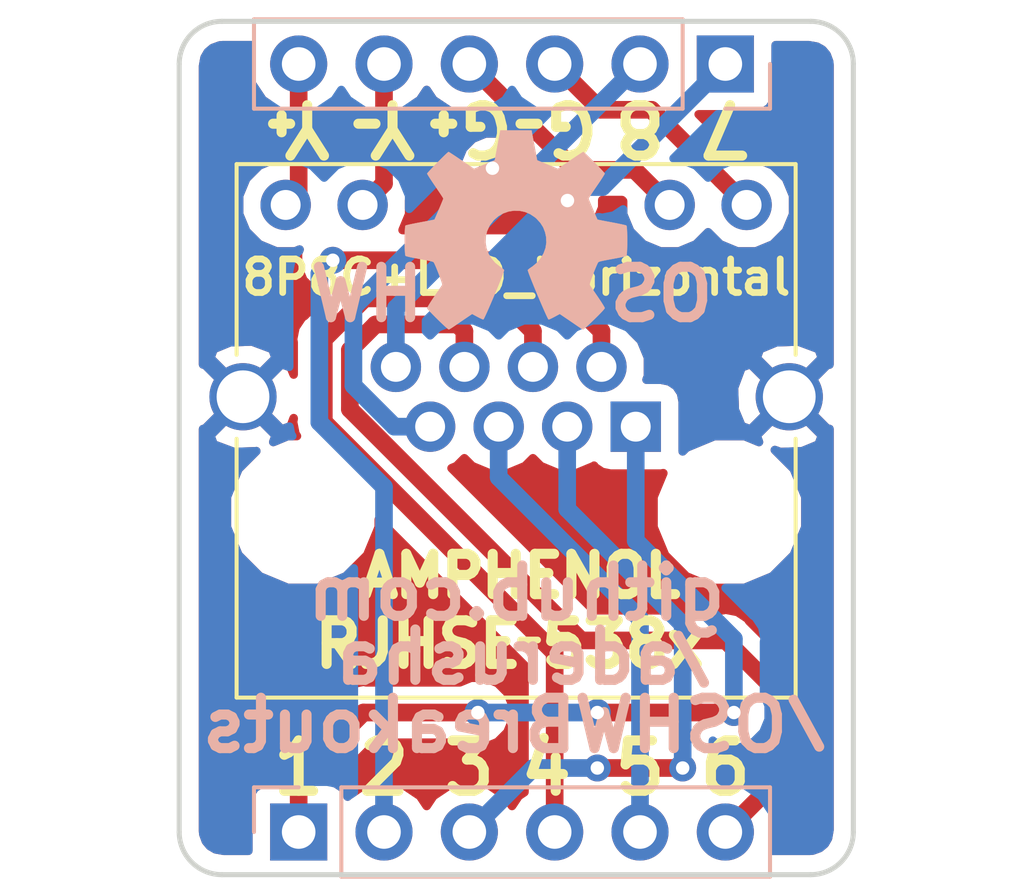
<source format=kicad_pcb>
(kicad_pcb (version 20171130) (host pcbnew "(5.0.2)-1")

  (general
    (thickness 1.6)
    (drawings 38)
    (tracks 73)
    (zones 0)
    (modules 4)
    (nets 14)
  )

  (page A4)
  (layers
    (0 F.Cu signal)
    (31 B.Cu signal)
    (32 B.Adhes user)
    (33 F.Adhes user)
    (34 B.Paste user hide)
    (35 F.Paste user)
    (36 B.SilkS user hide)
    (37 F.SilkS user)
    (38 B.Mask user)
    (39 F.Mask user)
    (40 Dwgs.User user hide)
    (41 Cmts.User user)
    (42 Eco1.User user)
    (43 Eco2.User user)
    (44 Edge.Cuts user)
    (45 Margin user)
    (46 B.CrtYd user hide)
    (47 F.CrtYd user hide)
    (48 B.Fab user hide)
    (49 F.Fab user hide)
  )

  (setup
    (last_trace_width 0.525)
    (trace_clearance 0.25)
    (zone_clearance 0.508)
    (zone_45_only no)
    (trace_min 0.2)
    (segment_width 0.3)
    (edge_width 0.15)
    (via_size 0.8)
    (via_drill 0.4)
    (via_min_size 0.4)
    (via_min_drill 0.3)
    (uvia_size 0.3)
    (uvia_drill 0.1)
    (uvias_allowed no)
    (uvia_min_size 0.2)
    (uvia_min_drill 0.1)
    (pcb_text_width 0.3)
    (pcb_text_size 1.5 1.5)
    (mod_edge_width 0.15)
    (mod_text_size 1 1)
    (mod_text_width 0.15)
    (pad_size 6.4 6.4)
    (pad_drill 3.2)
    (pad_to_mask_clearance 0.051)
    (solder_mask_min_width 0.25)
    (aux_axis_origin 0 0)
    (visible_elements 7FFFFFFF)
    (pcbplotparams
      (layerselection 0x010fc_ffffffff)
      (usegerberextensions false)
      (usegerberattributes false)
      (usegerberadvancedattributes false)
      (creategerberjobfile false)
      (excludeedgelayer true)
      (linewidth 0.100000)
      (plotframeref false)
      (viasonmask false)
      (mode 1)
      (useauxorigin false)
      (hpglpennumber 1)
      (hpglpenspeed 20)
      (hpglpendiameter 15.000000)
      (psnegative false)
      (psa4output false)
      (plotreference true)
      (plotvalue true)
      (plotinvisibletext false)
      (padsonsilk false)
      (subtractmaskfromsilk false)
      (outputformat 1)
      (mirror false)
      (drillshape 0)
      (scaleselection 1)
      (outputdirectory "gerber/"))
  )

  (net 0 "")
  (net 1 GND)
  (net 2 /Pin6)
  (net 3 /Pin4)
  (net 4 /Pin2)
  (net 5 /Pin7)
  (net 6 /Pin5)
  (net 7 /Pin3)
  (net 8 /Pin1)
  (net 9 /Y+)
  (net 10 /Y-)
  (net 11 /G+)
  (net 12 /G-)
  (net 13 /Pin8)

  (net_class Default "This is the default net class."
    (clearance 0.25)
    (trace_width 0.525)
    (via_dia 0.8)
    (via_drill 0.4)
    (uvia_dia 0.3)
    (uvia_drill 0.1)
    (add_net /G+)
    (add_net /G-)
    (add_net /Pin1)
    (add_net /Pin2)
    (add_net /Pin3)
    (add_net /Pin4)
    (add_net /Pin5)
    (add_net /Pin6)
    (add_net /Pin7)
    (add_net /Pin8)
    (add_net /Y+)
    (add_net /Y-)
    (add_net GND)
  )

  (module 8P8C+LED_Horizontal:PinHeader_1x06_P2.54mm_Vertical (layer B.Cu) (tedit 5C252D61) (tstamp 5C318E22)
    (at 147.32 93.98 90)
    (descr "Through hole straight pin header, 1x06, 2.54mm pitch, single row")
    (tags "Through hole pin header THT 1x06 2.54mm single row")
    (path /5C24F63A)
    (fp_text reference J3 (at 0 2.33 90) (layer B.SilkS) hide
      (effects (font (size 1 1) (thickness 0.15)) (justify mirror))
    )
    (fp_text value Conn_01x06 (at 0 -15.03 90) (layer B.Fab)
      (effects (font (size 1 1) (thickness 0.15)) (justify mirror))
    )
    (fp_text user %R (at 0 -6.35) (layer B.Fab)
      (effects (font (size 1 1) (thickness 0.15)) (justify mirror))
    )
    (fp_line (start 1.8 1.8) (end -1.8 1.8) (layer B.CrtYd) (width 0.05))
    (fp_line (start 1.8 -14.5) (end 1.8 1.8) (layer B.CrtYd) (width 0.05))
    (fp_line (start -1.8 -14.5) (end 1.8 -14.5) (layer B.CrtYd) (width 0.05))
    (fp_line (start -1.8 1.8) (end -1.8 -14.5) (layer B.CrtYd) (width 0.05))
    (fp_line (start -1.33 1.33) (end 0 1.33) (layer B.SilkS) (width 0.12))
    (fp_line (start -1.33 0) (end -1.33 1.33) (layer B.SilkS) (width 0.12))
    (fp_line (start -1.33 -1.27) (end 1.33 -1.27) (layer B.SilkS) (width 0.12))
    (fp_line (start 1.33 -1.27) (end 1.33 -14.03) (layer B.SilkS) (width 0.12))
    (fp_line (start -1.33 -1.27) (end -1.33 -14.03) (layer B.SilkS) (width 0.12))
    (fp_line (start -1.33 -14.03) (end 1.33 -14.03) (layer B.SilkS) (width 0.12))
    (fp_line (start -1.27 0.635) (end -0.635 1.27) (layer B.Fab) (width 0.1))
    (fp_line (start -1.27 -13.97) (end -1.27 0.635) (layer B.Fab) (width 0.1))
    (fp_line (start 1.27 -13.97) (end -1.27 -13.97) (layer B.Fab) (width 0.1))
    (fp_line (start 1.27 1.27) (end 1.27 -13.97) (layer B.Fab) (width 0.1))
    (fp_line (start -0.635 1.27) (end 1.27 1.27) (layer B.Fab) (width 0.1))
    (pad 6 thru_hole oval (at 0 -12.7 90) (size 1.7 1.7) (drill 1) (layers *.Cu *.Mask)
      (net 9 /Y+))
    (pad 5 thru_hole oval (at 0 -10.16 90) (size 1.7 1.7) (drill 1) (layers *.Cu *.Mask)
      (net 10 /Y-))
    (pad 4 thru_hole oval (at 0 -7.62 90) (size 1.7 1.7) (drill 1) (layers *.Cu *.Mask)
      (net 11 /G+))
    (pad 3 thru_hole oval (at 0 -5.08 90) (size 1.7 1.7) (drill 1) (layers *.Cu *.Mask)
      (net 12 /G-))
    (pad 2 thru_hole oval (at 0 -2.54 90) (size 1.7 1.7) (drill 1) (layers *.Cu *.Mask)
      (net 13 /Pin8))
    (pad 1 thru_hole rect (at 0 0 90) (size 1.7 1.7) (drill 1) (layers *.Cu *.Mask)
      (net 5 /Pin7))
    (model ${KISYS3DMOD}/Connector_PinHeader_2.54mm.3dshapes/PinHeader_1x06_P2.54mm_Vertical.wrl
      (at (xyz 0 0 0))
      (scale (xyz 1 1 1))
      (rotate (xyz 0 0 0))
    )
  )

  (module 8P8C+LED_Horizontal:PinHeader_1x06_P2.54mm_Vertical (layer B.Cu) (tedit 5C252D61) (tstamp 5C319655)
    (at 134.62 116.84 270)
    (descr "Through hole straight pin header, 1x06, 2.54mm pitch, single row")
    (tags "Through hole pin header THT 1x06 2.54mm single row")
    (path /5C24F52E)
    (fp_text reference J2 (at 0 2.33 270) (layer B.SilkS) hide
      (effects (font (size 1 1) (thickness 0.15)) (justify mirror))
    )
    (fp_text value Conn_01x06 (at 0 -15.03 270) (layer B.Fab)
      (effects (font (size 1 1) (thickness 0.15)) (justify mirror))
    )
    (fp_text user %R (at 0 -6.35 180) (layer B.Fab)
      (effects (font (size 1 1) (thickness 0.15)) (justify mirror))
    )
    (fp_line (start 1.8 1.8) (end -1.8 1.8) (layer B.CrtYd) (width 0.05))
    (fp_line (start 1.8 -14.5) (end 1.8 1.8) (layer B.CrtYd) (width 0.05))
    (fp_line (start -1.8 -14.5) (end 1.8 -14.5) (layer B.CrtYd) (width 0.05))
    (fp_line (start -1.8 1.8) (end -1.8 -14.5) (layer B.CrtYd) (width 0.05))
    (fp_line (start -1.33 1.33) (end 0 1.33) (layer B.SilkS) (width 0.12))
    (fp_line (start -1.33 0) (end -1.33 1.33) (layer B.SilkS) (width 0.12))
    (fp_line (start -1.33 -1.27) (end 1.33 -1.27) (layer B.SilkS) (width 0.12))
    (fp_line (start 1.33 -1.27) (end 1.33 -14.03) (layer B.SilkS) (width 0.12))
    (fp_line (start -1.33 -1.27) (end -1.33 -14.03) (layer B.SilkS) (width 0.12))
    (fp_line (start -1.33 -14.03) (end 1.33 -14.03) (layer B.SilkS) (width 0.12))
    (fp_line (start -1.27 0.635) (end -0.635 1.27) (layer B.Fab) (width 0.1))
    (fp_line (start -1.27 -13.97) (end -1.27 0.635) (layer B.Fab) (width 0.1))
    (fp_line (start 1.27 -13.97) (end -1.27 -13.97) (layer B.Fab) (width 0.1))
    (fp_line (start 1.27 1.27) (end 1.27 -13.97) (layer B.Fab) (width 0.1))
    (fp_line (start -0.635 1.27) (end 1.27 1.27) (layer B.Fab) (width 0.1))
    (pad 6 thru_hole oval (at 0 -12.7 270) (size 1.7 1.7) (drill 1) (layers *.Cu *.Mask)
      (net 2 /Pin6))
    (pad 5 thru_hole oval (at 0 -10.16 270) (size 1.7 1.7) (drill 1) (layers *.Cu *.Mask)
      (net 6 /Pin5))
    (pad 4 thru_hole oval (at 0 -7.62 270) (size 1.7 1.7) (drill 1) (layers *.Cu *.Mask)
      (net 3 /Pin4))
    (pad 3 thru_hole oval (at 0 -5.08 270) (size 1.7 1.7) (drill 1) (layers *.Cu *.Mask)
      (net 7 /Pin3))
    (pad 2 thru_hole oval (at 0 -2.54 270) (size 1.7 1.7) (drill 1) (layers *.Cu *.Mask)
      (net 4 /Pin2))
    (pad 1 thru_hole rect (at 0 0 270) (size 1.7 1.7) (drill 1) (layers *.Cu *.Mask)
      (net 8 /Pin1))
    (model ${KISYS3DMOD}/Connector_PinHeader_2.54mm.3dshapes/PinHeader_1x06_P2.54mm_Vertical.wrl
      (at (xyz 0 0 0))
      (scale (xyz 1 1 1))
      (rotate (xyz 0 0 0))
    )
  )

  (module 8P8C+LED_Horizontal:RJ45_Amphenol_RJHSE538X (layer F.Cu) (tedit 5C276F5B) (tstamp 5C318B2D)
    (at 144.653 104.775 180)
    (descr "Shielded, 2 LED, https://www.amphenolcanada.com/ProductSearch/drawings/AC/RJHSE538X.pdf")
    (tags "RJ45 8p8c ethernet cat5")
    (path /5C24F43C)
    (fp_text reference J1 (at 3.56 -9.5 180) (layer F.SilkS) hide
      (effects (font (size 1 1) (thickness 0.15)))
    )
    (fp_text value 8P8C_LED_Shielded (at 3.56 9.5 180) (layer F.Fab)
      (effects (font (size 1 1) (thickness 0.15)))
    )
    (fp_text user %R (at 3.56 -6 180) (layer F.Fab)
      (effects (font (size 1 1) (thickness 0.15)))
    )
    (fp_line (start 13.19 -8.5) (end 13.19 8.25) (layer F.CrtYd) (width 0.05))
    (fp_line (start -6.07 8.25) (end 13.19 8.25) (layer F.CrtYd) (width 0.05))
    (fp_line (start -6.07 -8.5) (end -6.07 8.25) (layer F.CrtYd) (width 0.05))
    (fp_line (start -6.07 -8.5) (end 13.19 -8.5) (layer F.CrtYd) (width 0.05))
    (fp_line (start -4.695 -7) (end -3.695 -8) (layer F.Fab) (width 0.1))
    (fp_line (start 11.88 7.815) (end 11.88 2.14) (layer F.SilkS) (width 0.12))
    (fp_line (start -4.76 7.815) (end -4.76 2.14) (layer F.SilkS) (width 0.12))
    (fp_line (start -4.76 7.815) (end 11.88 7.815) (layer F.SilkS) (width 0.12))
    (fp_line (start 11.88 -8.065) (end 11.88 -0.36) (layer F.SilkS) (width 0.12))
    (fp_line (start -4.76 -8.065) (end -4.76 -0.36) (layer F.SilkS) (width 0.12))
    (fp_line (start -4.76 -8.065) (end 11.88 -8.065) (layer F.SilkS) (width 0.12))
    (fp_line (start 11.815 -8) (end 11.815 7.75) (layer F.Fab) (width 0.1))
    (fp_line (start -3.695 -8) (end 11.815 -8) (layer F.Fab) (width 0.1))
    (fp_line (start -4.695 7.75) (end 11.815 7.75) (layer F.Fab) (width 0.1))
    (fp_line (start -4.695 -7) (end -4.695 7.75) (layer F.Fab) (width 0.1))
    (pad 12 thru_hole circle (at 10.42 6.6 180) (size 1.5 1.5) (drill 0.89) (layers *.Cu *.Mask)
      (net 9 /Y+))
    (pad 11 thru_hole circle (at 8.13 6.6 180) (size 1.5 1.5) (drill 0.89) (layers *.Cu *.Mask)
      (net 10 /Y-))
    (pad 10 thru_hole circle (at -1.01 6.6 180) (size 1.5 1.5) (drill 0.89) (layers *.Cu *.Mask)
      (net 11 /G+))
    (pad 9 thru_hole circle (at -3.3 6.6 180) (size 1.5 1.5) (drill 0.89) (layers *.Cu *.Mask)
      (net 12 /G-))
    (pad SH thru_hole circle (at -4.57 0.89 180) (size 2 2) (drill 1.57) (layers *.Cu *.Mask)
      (net 1 GND))
    (pad SH thru_hole circle (at 11.69 0.89 180) (size 2 2) (drill 1.57) (layers *.Cu *.Mask)
      (net 1 GND))
    (pad "" np_thru_hole circle (at 9.91 -2.54 180) (size 3.25 3.25) (drill 3.25) (layers *.Cu *.Mask))
    (pad "" np_thru_hole circle (at -2.79 -2.54 180) (size 3.25 3.25) (drill 3.25) (layers *.Cu *.Mask))
    (pad 8 thru_hole circle (at 7.14 1.78 180) (size 1.5 1.5) (drill 0.89) (layers *.Cu *.Mask)
      (net 13 /Pin8))
    (pad 6 thru_hole circle (at 5.1 1.78 180) (size 1.5 1.5) (drill 0.89) (layers *.Cu *.Mask)
      (net 2 /Pin6))
    (pad 4 thru_hole circle (at 3.06 1.78 180) (size 1.5 1.5) (drill 0.89) (layers *.Cu *.Mask)
      (net 3 /Pin4))
    (pad 2 thru_hole circle (at 1.02 1.78 180) (size 1.5 1.5) (drill 0.89) (layers *.Cu *.Mask)
      (net 4 /Pin2))
    (pad 7 thru_hole circle (at 6.12 0 180) (size 1.5 1.5) (drill 0.89) (layers *.Cu *.Mask)
      (net 5 /Pin7))
    (pad 5 thru_hole circle (at 4.08 0 180) (size 1.5 1.5) (drill 0.89) (layers *.Cu *.Mask)
      (net 6 /Pin5))
    (pad 3 thru_hole circle (at 2.04 0 180) (size 1.5 1.5) (drill 0.89) (layers *.Cu *.Mask)
      (net 7 /Pin3))
    (pad 1 thru_hole rect (at 0 0 180) (size 1.5 1.5) (drill 0.89) (layers *.Cu *.Mask)
      (net 8 /Pin1))
    (model ${KISYS3DMOD}/Connector_RJ.3dshapes/RJ45_Amphenol_RJHSE538X.wrl
      (at (xyz 0 0 0))
      (scale (xyz 1 1 1))
      (rotate (xyz 0 0 0))
    )
  )

  (module 8P8C+LED_Horizontal:OSHW-Symbol_6.7x6mm_SilkScreen (layer B.Cu) (tedit 0) (tstamp 5C405AE3)
    (at 141.097 98.933 180)
    (descr "Open Source Hardware Symbol")
    (tags "Logo Symbol OSHW")
    (attr virtual)
    (fp_text reference REF** (at 0 0 180) (layer B.SilkS) hide
      (effects (font (size 1 1) (thickness 0.15)) (justify mirror))
    )
    (fp_text value OSHW-Symbol_6.7x6mm_SilkScreen (at 0.75 0 180) (layer B.Fab) hide
      (effects (font (size 1 1) (thickness 0.15)) (justify mirror))
    )
    (fp_poly (pts (xy 0.555814 2.531069) (xy 0.639635 2.086445) (xy 0.94892 1.958947) (xy 1.258206 1.831449)
      (xy 1.629246 2.083754) (xy 1.733157 2.154004) (xy 1.827087 2.216728) (xy 1.906652 2.269062)
      (xy 1.96747 2.308143) (xy 2.005157 2.331107) (xy 2.015421 2.336058) (xy 2.03391 2.323324)
      (xy 2.07342 2.288118) (xy 2.129522 2.234938) (xy 2.197787 2.168282) (xy 2.273786 2.092646)
      (xy 2.353092 2.012528) (xy 2.431275 1.932426) (xy 2.503907 1.856836) (xy 2.566559 1.790255)
      (xy 2.614803 1.737182) (xy 2.64421 1.702113) (xy 2.651241 1.690377) (xy 2.641123 1.66874)
      (xy 2.612759 1.621338) (xy 2.569129 1.552807) (xy 2.513218 1.467785) (xy 2.448006 1.370907)
      (xy 2.410219 1.31565) (xy 2.341343 1.214752) (xy 2.28014 1.123701) (xy 2.229578 1.04703)
      (xy 2.192628 0.989272) (xy 2.172258 0.954957) (xy 2.169197 0.947746) (xy 2.176136 0.927252)
      (xy 2.195051 0.879487) (xy 2.223087 0.811168) (xy 2.257391 0.729011) (xy 2.295109 0.63973)
      (xy 2.333387 0.550042) (xy 2.36937 0.466662) (xy 2.400206 0.396306) (xy 2.423039 0.34569)
      (xy 2.435017 0.321529) (xy 2.435724 0.320578) (xy 2.454531 0.315964) (xy 2.504618 0.305672)
      (xy 2.580793 0.290713) (xy 2.677865 0.272099) (xy 2.790643 0.250841) (xy 2.856442 0.238582)
      (xy 2.97695 0.215638) (xy 3.085797 0.193805) (xy 3.177476 0.174278) (xy 3.246481 0.158252)
      (xy 3.287304 0.146921) (xy 3.295511 0.143326) (xy 3.303548 0.118994) (xy 3.310033 0.064041)
      (xy 3.31497 -0.015108) (xy 3.318364 -0.112026) (xy 3.320218 -0.220287) (xy 3.320538 -0.333465)
      (xy 3.319327 -0.445135) (xy 3.31659 -0.548868) (xy 3.312331 -0.638241) (xy 3.306555 -0.706826)
      (xy 3.299267 -0.748197) (xy 3.294895 -0.75681) (xy 3.268764 -0.767133) (xy 3.213393 -0.781892)
      (xy 3.136107 -0.799352) (xy 3.04423 -0.81778) (xy 3.012158 -0.823741) (xy 2.857524 -0.852066)
      (xy 2.735375 -0.874876) (xy 2.641673 -0.89308) (xy 2.572384 -0.907583) (xy 2.523471 -0.919292)
      (xy 2.490897 -0.929115) (xy 2.470628 -0.937956) (xy 2.458626 -0.946724) (xy 2.456947 -0.948457)
      (xy 2.440184 -0.976371) (xy 2.414614 -1.030695) (xy 2.382788 -1.104777) (xy 2.34726 -1.191965)
      (xy 2.310583 -1.285608) (xy 2.275311 -1.379052) (xy 2.243996 -1.465647) (xy 2.219193 -1.53874)
      (xy 2.203454 -1.591678) (xy 2.199332 -1.617811) (xy 2.199676 -1.618726) (xy 2.213641 -1.640086)
      (xy 2.245322 -1.687084) (xy 2.291391 -1.754827) (xy 2.348518 -1.838423) (xy 2.413373 -1.932982)
      (xy 2.431843 -1.959854) (xy 2.497699 -2.057275) (xy 2.55565 -2.146163) (xy 2.602538 -2.221412)
      (xy 2.635207 -2.27792) (xy 2.6505 -2.310581) (xy 2.651241 -2.314593) (xy 2.638392 -2.335684)
      (xy 2.602888 -2.377464) (xy 2.549293 -2.435445) (xy 2.482171 -2.505135) (xy 2.406087 -2.582045)
      (xy 2.325604 -2.661683) (xy 2.245287 -2.739561) (xy 2.169699 -2.811186) (xy 2.103405 -2.87207)
      (xy 2.050969 -2.917721) (xy 2.016955 -2.94365) (xy 2.007545 -2.947883) (xy 1.985643 -2.937912)
      (xy 1.9408 -2.91102) (xy 1.880321 -2.871736) (xy 1.833789 -2.840117) (xy 1.749475 -2.782098)
      (xy 1.649626 -2.713784) (xy 1.549473 -2.645579) (xy 1.495627 -2.609075) (xy 1.313371 -2.4858)
      (xy 1.160381 -2.56852) (xy 1.090682 -2.604759) (xy 1.031414 -2.632926) (xy 0.991311 -2.648991)
      (xy 0.981103 -2.651226) (xy 0.968829 -2.634722) (xy 0.944613 -2.588082) (xy 0.910263 -2.515609)
      (xy 0.867588 -2.421606) (xy 0.818394 -2.310374) (xy 0.76449 -2.186215) (xy 0.707684 -2.053432)
      (xy 0.649782 -1.916327) (xy 0.592593 -1.779202) (xy 0.537924 -1.646358) (xy 0.487584 -1.522098)
      (xy 0.44338 -1.410725) (xy 0.407119 -1.316539) (xy 0.380609 -1.243844) (xy 0.365658 -1.196941)
      (xy 0.363254 -1.180833) (xy 0.382311 -1.160286) (xy 0.424036 -1.126933) (xy 0.479706 -1.087702)
      (xy 0.484378 -1.084599) (xy 0.628264 -0.969423) (xy 0.744283 -0.835053) (xy 0.83143 -0.685784)
      (xy 0.888699 -0.525913) (xy 0.915086 -0.359737) (xy 0.909585 -0.191552) (xy 0.87119 -0.025655)
      (xy 0.798895 0.133658) (xy 0.777626 0.168513) (xy 0.666996 0.309263) (xy 0.536302 0.422286)
      (xy 0.390064 0.506997) (xy 0.232808 0.562806) (xy 0.069057 0.589126) (xy -0.096667 0.58537)
      (xy -0.259838 0.55095) (xy -0.415935 0.485277) (xy -0.560433 0.387765) (xy -0.605131 0.348187)
      (xy -0.718888 0.224297) (xy -0.801782 0.093876) (xy -0.858644 -0.052315) (xy -0.890313 -0.197088)
      (xy -0.898131 -0.35986) (xy -0.872062 -0.52344) (xy -0.814755 -0.682298) (xy -0.728856 -0.830906)
      (xy -0.617014 -0.963735) (xy -0.481877 -1.075256) (xy -0.464117 -1.087011) (xy -0.40785 -1.125508)
      (xy -0.365077 -1.158863) (xy -0.344628 -1.18016) (xy -0.344331 -1.180833) (xy -0.348721 -1.203871)
      (xy -0.366124 -1.256157) (xy -0.394732 -1.33339) (xy -0.432735 -1.431268) (xy -0.478326 -1.545491)
      (xy -0.529697 -1.671758) (xy -0.585038 -1.805767) (xy -0.642542 -1.943218) (xy -0.700399 -2.079808)
      (xy -0.756802 -2.211237) (xy -0.809942 -2.333205) (xy -0.85801 -2.441409) (xy -0.899199 -2.531549)
      (xy -0.931699 -2.599323) (xy -0.953703 -2.64043) (xy -0.962564 -2.651226) (xy -0.98964 -2.642819)
      (xy -1.040303 -2.620272) (xy -1.105817 -2.587613) (xy -1.141841 -2.56852) (xy -1.294832 -2.4858)
      (xy -1.477088 -2.609075) (xy -1.570125 -2.672228) (xy -1.671985 -2.741727) (xy -1.767438 -2.807165)
      (xy -1.81525 -2.840117) (xy -1.882495 -2.885273) (xy -1.939436 -2.921057) (xy -1.978646 -2.942938)
      (xy -1.991381 -2.947563) (xy -2.009917 -2.935085) (xy -2.050941 -2.900252) (xy -2.110475 -2.846678)
      (xy -2.184542 -2.777983) (xy -2.269165 -2.697781) (xy -2.322685 -2.646286) (xy -2.416319 -2.554286)
      (xy -2.497241 -2.471999) (xy -2.562177 -2.402945) (xy -2.607858 -2.350644) (xy -2.631011 -2.318616)
      (xy -2.633232 -2.312116) (xy -2.622924 -2.287394) (xy -2.594439 -2.237405) (xy -2.550937 -2.167212)
      (xy -2.495577 -2.081875) (xy -2.43152 -1.986456) (xy -2.413303 -1.959854) (xy -2.346927 -1.863167)
      (xy -2.287378 -1.776117) (xy -2.237984 -1.703595) (xy -2.202075 -1.650493) (xy -2.182981 -1.621703)
      (xy -2.181136 -1.618726) (xy -2.183895 -1.595782) (xy -2.198538 -1.545336) (xy -2.222513 -1.474041)
      (xy -2.253266 -1.388547) (xy -2.288244 -1.295507) (xy -2.324893 -1.201574) (xy -2.360661 -1.113399)
      (xy -2.392994 -1.037634) (xy -2.419338 -0.980931) (xy -2.437142 -0.949943) (xy -2.438407 -0.948457)
      (xy -2.449294 -0.939601) (xy -2.467682 -0.930843) (xy -2.497606 -0.921277) (xy -2.543103 -0.909996)
      (xy -2.608209 -0.896093) (xy -2.696961 -0.878663) (xy -2.813393 -0.856798) (xy -2.961542 -0.829591)
      (xy -2.993618 -0.823741) (xy -3.088686 -0.805374) (xy -3.171565 -0.787405) (xy -3.23493 -0.771569)
      (xy -3.271458 -0.7596) (xy -3.276356 -0.75681) (xy -3.284427 -0.732072) (xy -3.290987 -0.67679)
      (xy -3.296033 -0.597389) (xy -3.299559 -0.500296) (xy -3.301561 -0.391938) (xy -3.302036 -0.27874)
      (xy -3.300977 -0.167128) (xy -3.298382 -0.063529) (xy -3.294246 0.025632) (xy -3.288563 0.093928)
      (xy -3.281331 0.134934) (xy -3.276971 0.143326) (xy -3.252698 0.151792) (xy -3.197426 0.165565)
      (xy -3.116662 0.18345) (xy -3.015912 0.204252) (xy -2.900683 0.226777) (xy -2.837902 0.238582)
      (xy -2.718787 0.260849) (xy -2.612565 0.281021) (xy -2.524427 0.298085) (xy -2.459566 0.311031)
      (xy -2.423174 0.318845) (xy -2.417184 0.320578) (xy -2.407061 0.34011) (xy -2.385662 0.387157)
      (xy -2.355839 0.454997) (xy -2.320445 0.536909) (xy -2.282332 0.626172) (xy -2.244353 0.716065)
      (xy -2.20936 0.799865) (xy -2.180206 0.870853) (xy -2.159743 0.922306) (xy -2.150823 0.947503)
      (xy -2.150657 0.948604) (xy -2.160769 0.968481) (xy -2.189117 1.014223) (xy -2.232723 1.081283)
      (xy -2.288606 1.165116) (xy -2.353787 1.261174) (xy -2.391679 1.31635) (xy -2.460725 1.417519)
      (xy -2.52205 1.50937) (xy -2.572663 1.587256) (xy -2.609571 1.646531) (xy -2.629782 1.682549)
      (xy -2.632701 1.690623) (xy -2.620153 1.709416) (xy -2.585463 1.749543) (xy -2.533063 1.806507)
      (xy -2.467384 1.875815) (xy -2.392856 1.952969) (xy -2.313913 2.033475) (xy -2.234983 2.112837)
      (xy -2.1605 2.18656) (xy -2.094894 2.250148) (xy -2.042596 2.299106) (xy -2.008039 2.328939)
      (xy -1.996478 2.336058) (xy -1.977654 2.326047) (xy -1.932631 2.297922) (xy -1.865787 2.254546)
      (xy -1.781499 2.198782) (xy -1.684144 2.133494) (xy -1.610707 2.083754) (xy -1.239667 1.831449)
      (xy -0.621095 2.086445) (xy -0.537275 2.531069) (xy -0.453454 2.975693) (xy 0.471994 2.975693)
      (xy 0.555814 2.531069)) (layer B.SilkS) (width 0.01))
  )

  (gr_line (start 132.334 118.11) (end 149.86 118.11) (layer Edge.Cuts) (width 0.15))
  (gr_line (start 132.334 92.71) (end 149.86 92.71) (layer Edge.Cuts) (width 0.15))
  (gr_line (start 134.112 96.012) (end 134.112 95.504) (layer F.SilkS) (width 0.3) (tstamp 5C34240C))
  (gr_line (start 151.13 116.84) (end 151.13 93.98) (layer Edge.Cuts) (width 0.15))
  (gr_line (start 131.064 93.98) (end 131.064 116.84) (layer Edge.Cuts) (width 0.15))
  (gr_text HW (at 136.652 100.838) (layer B.SilkS) (tstamp 5C3F1DB6)
    (effects (font (size 1.5 1.5) (thickness 0.3)) (justify mirror))
  )
  (gr_text OS (at 145.415 100.838) (layer B.SilkS)
    (effects (font (size 1.5 1.5) (thickness 0.3)) (justify mirror))
  )
  (gr_text 8P8C+LED_Horizontal (at 141.097 100.33) (layer F.SilkS) (tstamp 5C3F115F)
    (effects (font (size 1 1) (thickness 0.2)))
  )
  (gr_line (start 149.352 112.903) (end 150.114 114.3) (layer B.SilkS) (width 0.3) (tstamp 5C276CBD))
  (gr_line (start 145.923 110.998) (end 146.685 112.395) (layer B.SilkS) (width 0.3))
  (gr_text OSHWBreakouts (at 140.462 113.665) (layer B.SilkS) (tstamp 5C3EF7B4)
    (effects (font (size 1.5 1.5) (thickness 0.3)) (justify mirror))
  )
  (gr_text aderusha (at 140.843 111.633) (layer B.SilkS)
    (effects (font (size 1.5 1.5) (thickness 0.3)) (justify mirror))
  )
  (gr_text github.com (at 141.097 109.728) (layer B.SilkS)
    (effects (font (size 1.5 1.5) (thickness 0.3)) (justify mirror))
  )
  (gr_line (start 141.224 111.125) (end 141.732 111.125) (layer F.SilkS) (width 0.2))
  (gr_text 538x (at 144.272 111.252) (layer F.SilkS) (tstamp 5C327A05)
    (effects (font (size 1.3 1.3) (thickness 0.3)))
  )
  (gr_text RJHSE (at 138.176 111.252) (layer F.SilkS) (tstamp 5C32775E)
    (effects (font (size 1.3 1.3) (thickness 0.3)))
  )
  (gr_text AMPHENOL (at 141.224 109.22) (layer F.SilkS)
    (effects (font (size 1.2 1.2) (thickness 0.3)))
  )
  (gr_line (start 133.858 95.758) (end 134.366 95.758) (layer F.SilkS) (width 0.3) (tstamp 5C326D3F))
  (gr_line (start 136.398 95.758) (end 136.906 95.758) (layer F.SilkS) (width 0.3) (tstamp 5C326C92))
  (gr_line (start 138.938 96.012) (end 138.938 95.504) (layer F.SilkS) (width 0.3) (tstamp 5C326897))
  (gr_line (start 138.684 95.758) (end 139.192 95.758) (layer F.SilkS) (width 0.3) (tstamp 5C3267ED))
  (gr_text Y (at 134.874 95.885 180) (layer F.SilkS) (tstamp 5C324836)
    (effects (font (size 1.5 1.5) (thickness 0.3)))
  )
  (gr_text Y (at 137.414 95.885 180) (layer F.SilkS) (tstamp 5C324635)
    (effects (font (size 1.5 1.5) (thickness 0.3)))
  )
  (gr_line (start 141.224 95.758) (end 141.732 95.758) (layer F.SilkS) (width 0.3))
  (gr_text G (at 140.208 95.885 180) (layer F.SilkS) (tstamp 5C32418A)
    (effects (font (size 1.5 1.5) (thickness 0.3)))
  )
  (gr_text G (at 142.748 95.885 180) (layer F.SilkS) (tstamp 5C323E36)
    (effects (font (size 1.5 1.5) (thickness 0.3)))
  )
  (gr_text 8 (at 144.78 95.885 180) (layer F.SilkS) (tstamp 5C31D3A6)
    (effects (font (size 1.5 1.5) (thickness 0.3)))
  )
  (gr_text 7 (at 147.32 95.885 180) (layer F.SilkS) (tstamp 5C31D1A9)
    (effects (font (size 1.5 1.5) (thickness 0.3)))
  )
  (gr_text 6 (at 147.32 114.935) (layer F.SilkS) (tstamp 5C31D0FA)
    (effects (font (size 1.5 1.5) (thickness 0.3)))
  )
  (gr_text 5 (at 144.78 114.935) (layer F.SilkS) (tstamp 5C31D04F)
    (effects (font (size 1.5 1.5) (thickness 0.3)))
  )
  (gr_text 4 (at 141.986 114.935) (layer F.SilkS) (tstamp 5C31CFA4)
    (effects (font (size 1.5 1.5) (thickness 0.3)))
  )
  (gr_text 3 (at 139.7 114.935) (layer F.SilkS) (tstamp 5C31CDA6)
    (effects (font (size 1.5 1.5) (thickness 0.3)))
  )
  (gr_text 2 (at 137.16 114.935) (layer F.SilkS) (tstamp 5C31CAFB)
    (effects (font (size 1.5 1.5) (thickness 0.3)))
  )
  (gr_text 1 (at 134.62 114.935) (layer F.SilkS)
    (effects (font (size 1.5 1.5) (thickness 0.3)))
  )
  (gr_arc (start 149.86 116.84) (end 149.86 118.11) (angle -90) (layer Edge.Cuts) (width 0.15))
  (gr_arc (start 132.334 116.84) (end 131.064 116.84) (angle -90) (layer Edge.Cuts) (width 0.15))
  (gr_arc (start 132.334 93.98) (end 132.334 92.71) (angle -90) (layer Edge.Cuts) (width 0.15) (tstamp 5C292B37))
  (gr_arc (start 149.86 93.98) (end 151.13 93.98) (angle -90) (layer Edge.Cuts) (width 0.15))

  (segment (start 148.844 115.316) (end 147.32 116.84) (width 0.525) (layer F.Cu) (net 2))
  (segment (start 147.33301 111.13801) (end 148.844 112.649) (width 0.525) (layer F.Cu) (net 2))
  (segment (start 143.01501 111.13801) (end 147.33301 111.13801) (width 0.525) (layer F.Cu) (net 2))
  (segment (start 139.553 101.93434) (end 139.351159 101.732499) (width 0.525) (layer F.Cu) (net 2))
  (segment (start 148.844 112.649) (end 148.844 115.316) (width 0.525) (layer F.Cu) (net 2))
  (segment (start 139.553 102.995) (end 139.553 101.93434) (width 0.525) (layer F.Cu) (net 2))
  (segment (start 139.351159 101.732499) (end 136.906999 101.732499) (width 0.525) (layer F.Cu) (net 2))
  (segment (start 143.01501 111.125512) (end 143.01501 111.13801) (width 0.525) (layer F.Cu) (net 2))
  (segment (start 136.144 102.495498) (end 136.144 104.254502) (width 0.525) (layer F.Cu) (net 2))
  (segment (start 136.906999 101.732499) (end 136.144 102.495498) (width 0.525) (layer F.Cu) (net 2))
  (segment (start 136.144 104.254502) (end 143.01501 111.125512) (width 0.525) (layer F.Cu) (net 2))
  (segment (start 135.36899 102.174479) (end 135.36899 104.63499) (width 0.525) (layer F.Cu) (net 3))
  (segment (start 136.58598 100.957489) (end 135.36899 102.174479) (width 0.525) (layer F.Cu) (net 3))
  (segment (start 140.616149 100.957489) (end 136.58598 100.957489) (width 0.525) (layer F.Cu) (net 3))
  (segment (start 141.593 102.995) (end 141.593 101.93434) (width 0.525) (layer F.Cu) (net 3))
  (segment (start 141.593 101.93434) (end 140.616149 100.957489) (width 0.525) (layer F.Cu) (net 3))
  (segment (start 142.24 111.506) (end 142.24 116.586) (width 0.525) (layer F.Cu) (net 3))
  (segment (start 135.36899 104.63499) (end 142.24 111.506) (width 0.525) (layer F.Cu) (net 3))
  (via (at 135.636 99.822) (size 0.8) (drill 0.4) (layers F.Cu B.Cu) (net 4))
  (segment (start 141.52066 99.822) (end 135.636 99.822) (width 0.525) (layer F.Cu) (net 4))
  (segment (start 143.633 102.995) (end 143.633 101.93434) (width 0.525) (layer F.Cu) (net 4))
  (segment (start 143.633 101.93434) (end 141.52066 99.822) (width 0.525) (layer F.Cu) (net 4))
  (segment (start 135.236001 104.644499) (end 137.16 106.568498) (width 0.525) (layer B.Cu) (net 4))
  (segment (start 135.236001 100.221999) (end 135.236001 104.644499) (width 0.525) (layer B.Cu) (net 4))
  (segment (start 135.636 99.822) (end 135.236001 100.221999) (width 0.525) (layer B.Cu) (net 4))
  (segment (start 137.16 106.568498) (end 137.16 116.84) (width 0.525) (layer B.Cu) (net 4))
  (via (at 140.388265 97.081265) (size 0.8) (drill 0.4) (layers F.Cu B.Cu) (net 5))
  (segment (start 136.250499 101.219031) (end 140.388265 97.081265) (width 0.525) (layer B.Cu) (net 5))
  (segment (start 136.250499 103.553159) (end 136.250499 101.219031) (width 0.525) (layer B.Cu) (net 5))
  (segment (start 138.533 104.775) (end 137.47234 104.775) (width 0.525) (layer B.Cu) (net 5))
  (segment (start 137.47234 104.775) (end 136.250499 103.553159) (width 0.525) (layer B.Cu) (net 5))
  (via (at 142.621 98.044) (size 0.8) (drill 0.4) (layers F.Cu B.Cu) (net 5))
  (segment (start 140.388265 97.081265) (end 141.658265 97.081265) (width 0.525) (layer F.Cu) (net 5))
  (segment (start 141.658265 97.081265) (end 142.621 98.044) (width 0.525) (layer F.Cu) (net 5))
  (segment (start 143.655999 97.644001) (end 147.32 93.98) (width 0.525) (layer B.Cu) (net 5))
  (segment (start 143.020999 97.644001) (end 143.655999 97.644001) (width 0.525) (layer B.Cu) (net 5))
  (segment (start 142.621 98.044) (end 143.020999 97.644001) (width 0.525) (layer B.Cu) (net 5))
  (segment (start 140.573 106.283) (end 140.573 104.775) (width 0.525) (layer B.Cu) (net 6))
  (segment (start 144.78 116.586) (end 144.78 110.49) (width 0.525) (layer B.Cu) (net 6))
  (segment (start 144.78 110.49) (end 140.573 106.283) (width 0.525) (layer B.Cu) (net 6))
  (via (at 146.05 114.935) (size 0.8) (drill 0.4) (layers F.Cu B.Cu) (net 7))
  (segment (start 146.05 110.663976) (end 146.05 114.935) (width 0.525) (layer B.Cu) (net 7))
  (segment (start 142.613 104.775) (end 142.613 107.226976) (width 0.525) (layer B.Cu) (net 7))
  (segment (start 142.613 107.226976) (end 146.05 110.663976) (width 0.525) (layer B.Cu) (net 7))
  (via (at 143.51 114.935) (size 0.8) (drill 0.4) (layers F.Cu B.Cu) (net 7))
  (segment (start 146.05 114.935) (end 143.51 114.935) (width 0.525) (layer F.Cu) (net 7))
  (segment (start 141.605 114.935) (end 139.7 116.84) (width 0.525) (layer B.Cu) (net 7))
  (segment (start 143.51 114.935) (end 141.605 114.935) (width 0.525) (layer B.Cu) (net 7))
  (via (at 147.574 113.284) (size 0.8) (drill 0.4) (layers F.Cu B.Cu) (net 8))
  (segment (start 147.574 111.091948) (end 147.574 113.284) (width 0.525) (layer B.Cu) (net 8))
  (segment (start 144.653 104.775) (end 144.653 108.170948) (width 0.525) (layer B.Cu) (net 8))
  (segment (start 144.653 108.170948) (end 147.574 111.091948) (width 0.525) (layer B.Cu) (net 8))
  (via (at 143.51 113.284) (size 0.8) (drill 0.4) (layers F.Cu B.Cu) (net 8))
  (segment (start 147.574 113.284) (end 143.51 113.284) (width 0.525) (layer F.Cu) (net 8))
  (via (at 139.954 113.284) (size 0.8) (drill 0.4) (layers F.Cu B.Cu) (net 8))
  (segment (start 143.51 113.284) (end 139.954 113.284) (width 0.525) (layer B.Cu) (net 8))
  (segment (start 134.62 115.211) (end 134.62 116.586) (width 0.525) (layer F.Cu) (net 8))
  (segment (start 136.547 113.284) (end 134.62 115.211) (width 0.525) (layer F.Cu) (net 8))
  (segment (start 139.954 113.284) (end 136.547 113.284) (width 0.525) (layer F.Cu) (net 8))
  (segment (start 134.62 97.788) (end 134.233 98.175) (width 0.525) (layer F.Cu) (net 9))
  (segment (start 134.62 93.98) (end 134.62 97.788) (width 0.525) (layer F.Cu) (net 9))
  (segment (start 137.16 97.538) (end 136.523 98.175) (width 0.525) (layer F.Cu) (net 10))
  (segment (start 137.16 93.98) (end 137.16 97.538) (width 0.525) (layer F.Cu) (net 10))
  (segment (start 140.549999 94.829999) (end 139.7 93.98) (width 0.525) (layer F.Cu) (net 11))
  (segment (start 142.851499 97.131499) (end 140.549999 94.829999) (width 0.525) (layer F.Cu) (net 11))
  (segment (start 144.619499 97.131499) (end 142.851499 97.131499) (width 0.525) (layer F.Cu) (net 11))
  (segment (start 145.663 98.175) (end 144.619499 97.131499) (width 0.525) (layer F.Cu) (net 11))
  (segment (start 147.203001 97.425001) (end 147.953 98.175) (width 0.525) (layer F.Cu) (net 12))
  (segment (start 145.120501 95.342501) (end 147.203001 97.425001) (width 0.525) (layer F.Cu) (net 12))
  (segment (start 143.602501 95.342501) (end 145.120501 95.342501) (width 0.525) (layer F.Cu) (net 12))
  (segment (start 142.24 93.98) (end 143.602501 95.342501) (width 0.525) (layer F.Cu) (net 12))
  (segment (start 137.513 101.247) (end 144.78 93.98) (width 0.525) (layer B.Cu) (net 13))
  (segment (start 137.513 102.995) (end 137.513 101.247) (width 0.525) (layer B.Cu) (net 13))

  (zone (net 1) (net_name GND) (layer F.Cu) (tstamp 5C292A97) (hatch edge 0.508)
    (connect_pads (clearance 0.508))
    (min_thickness 0.254)
    (fill yes (arc_segments 16) (thermal_gap 0.508) (thermal_bridge_width 0.508))
    (polygon
      (pts
        (xy 125.73 92.075) (xy 156.21 92.075) (xy 156.21 118.745) (xy 125.73 118.745)
      )
    )
    (filled_polygon
      (pts
        (xy 150.047787 93.464065) (xy 150.21292 93.559405) (xy 150.335488 93.705477) (xy 150.411555 93.914465) (xy 150.420001 94.011007)
        (xy 150.420001 102.928514) (xy 150.375532 102.912073) (xy 149.402605 103.885) (xy 150.375532 104.857927) (xy 150.420001 104.841486)
        (xy 150.42 116.777881) (xy 150.375935 117.027787) (xy 150.280596 117.192919) (xy 150.134524 117.315488) (xy 149.925532 117.391555)
        (xy 149.829004 117.4) (xy 148.722701 117.4) (xy 148.834092 116.84) (xy 148.793471 116.635785) (xy 149.416123 116.013133)
        (xy 149.491061 115.963061) (xy 149.689426 115.666187) (xy 149.7415 115.404395) (xy 149.7415 115.404391) (xy 149.759082 115.316001)
        (xy 149.7415 115.227611) (xy 149.7415 112.737391) (xy 149.759082 112.649) (xy 149.7415 112.560609) (xy 149.7415 112.560605)
        (xy 149.689426 112.298813) (xy 149.592038 112.153061) (xy 149.541133 112.076876) (xy 149.541131 112.076874) (xy 149.491061 112.001939)
        (xy 149.416126 111.951869) (xy 148.030143 110.565887) (xy 147.980071 110.490949) (xy 147.683197 110.292584) (xy 147.421405 110.24051)
        (xy 147.421401 110.24051) (xy 147.33301 110.222928) (xy 147.244619 110.24051) (xy 143.399265 110.24051) (xy 139.169303 106.010549)
        (xy 139.31754 105.949147) (xy 139.553 105.713687) (xy 139.78846 105.949147) (xy 140.297506 106.16) (xy 140.848494 106.16)
        (xy 141.35754 105.949147) (xy 141.593 105.713687) (xy 141.82846 105.949147) (xy 142.337506 106.16) (xy 142.888494 106.16)
        (xy 143.39754 105.949147) (xy 143.412621 105.934066) (xy 143.445191 105.982809) (xy 143.655235 106.123157) (xy 143.903 106.17244)
        (xy 145.403 106.17244) (xy 145.476079 106.157904) (xy 145.183 106.865458) (xy 145.183 107.764542) (xy 145.527065 108.595187)
        (xy 146.162813 109.230935) (xy 146.993458 109.575) (xy 147.892542 109.575) (xy 148.723187 109.230935) (xy 149.358935 108.595187)
        (xy 149.703 107.764542) (xy 149.703 106.865458) (xy 149.358935 106.034813) (xy 148.793889 105.469767) (xy 148.958461 105.530908)
        (xy 149.60846 105.506856) (xy 150.097264 105.304387) (xy 150.195927 105.037532) (xy 149.223 104.064605) (xy 148.250073 105.037532)
        (xy 148.322355 105.233035) (xy 147.892542 105.055) (xy 146.993458 105.055) (xy 146.162813 105.399065) (xy 146.05044 105.511438)
        (xy 146.05044 104.025) (xy 146.001157 103.777235) (xy 145.896404 103.620461) (xy 147.577092 103.620461) (xy 147.601144 104.27046)
        (xy 147.803613 104.759264) (xy 148.070468 104.857927) (xy 149.043395 103.885) (xy 148.070468 102.912073) (xy 147.803613 103.010736)
        (xy 147.577092 103.620461) (xy 145.896404 103.620461) (xy 145.860809 103.567191) (xy 145.650765 103.426843) (xy 145.403 103.37756)
        (xy 144.973652 103.37756) (xy 145.018 103.270494) (xy 145.018 102.732468) (xy 148.250073 102.732468) (xy 149.223 103.705395)
        (xy 150.195927 102.732468) (xy 150.097264 102.465613) (xy 149.487539 102.239092) (xy 148.83754 102.263144) (xy 148.348736 102.465613)
        (xy 148.250073 102.732468) (xy 145.018 102.732468) (xy 145.018 102.719506) (xy 144.807147 102.21046) (xy 144.545252 101.948565)
        (xy 144.548082 101.93434) (xy 144.5305 101.845949) (xy 144.5305 101.845945) (xy 144.478426 101.584153) (xy 144.343561 101.382313)
        (xy 144.330133 101.362216) (xy 144.330131 101.362214) (xy 144.280061 101.287279) (xy 144.205126 101.237209) (xy 142.217793 99.249877)
        (xy 142.167721 99.174939) (xy 141.870847 98.976574) (xy 141.609055 98.9245) (xy 141.609051 98.9245) (xy 141.52066 98.906918)
        (xy 141.432269 98.9245) (xy 137.711661 98.9245) (xy 137.908 98.450494) (xy 137.908 98.033996) (xy 138.005426 97.888187)
        (xy 138.018032 97.824812) (xy 138.0575 97.626395) (xy 138.0575 97.626392) (xy 138.075082 97.538001) (xy 138.0575 97.44961)
        (xy 138.0575 95.166303) (xy 138.230625 95.050625) (xy 138.43 94.752239) (xy 138.629375 95.050625) (xy 139.120582 95.378839)
        (xy 139.553744 95.465) (xy 139.846256 95.465) (xy 139.904215 95.453471) (xy 140.497009 96.046265) (xy 140.182391 96.046265)
        (xy 139.801985 96.203834) (xy 139.510834 96.494985) (xy 139.353265 96.875391) (xy 139.353265 97.287139) (xy 139.510834 97.667545)
        (xy 139.801985 97.958696) (xy 140.182391 98.116265) (xy 140.594139 98.116265) (xy 140.926094 97.978765) (xy 141.286509 97.978765)
        (xy 141.606069 98.298326) (xy 141.743569 98.63028) (xy 142.03472 98.921431) (xy 142.415126 99.079) (xy 142.826874 99.079)
        (xy 143.20728 98.921431) (xy 143.498431 98.63028) (xy 143.656 98.249874) (xy 143.656 98.028999) (xy 144.247743 98.028999)
        (xy 144.278 98.059256) (xy 144.278 98.450494) (xy 144.488853 98.95954) (xy 144.87846 99.349147) (xy 145.387506 99.56)
        (xy 145.938494 99.56) (xy 146.44754 99.349147) (xy 146.808 98.988687) (xy 147.16846 99.349147) (xy 147.677506 99.56)
        (xy 148.228494 99.56) (xy 148.73754 99.349147) (xy 149.127147 98.95954) (xy 149.338 98.450494) (xy 149.338 97.899506)
        (xy 149.127147 97.39046) (xy 148.73754 97.000853) (xy 148.228494 96.79) (xy 147.837257 96.79) (xy 146.524696 95.47744)
        (xy 148.17 95.47744) (xy 148.417765 95.428157) (xy 148.627809 95.287809) (xy 148.768157 95.077765) (xy 148.81744 94.83)
        (xy 148.81744 93.42) (xy 149.797881 93.42)
      )
    )
    (filled_polygon
      (pts
        (xy 133.105908 93.98) (xy 133.221161 94.559418) (xy 133.549375 95.050625) (xy 133.7225 95.166304) (xy 133.722501 96.887342)
        (xy 133.44846 97.000853) (xy 133.058853 97.39046) (xy 132.848 97.899506) (xy 132.848 98.450494) (xy 133.058853 98.95954)
        (xy 133.44846 99.349147) (xy 133.957506 99.56) (xy 134.508494 99.56) (xy 134.648221 99.502123) (xy 134.601 99.616126)
        (xy 134.601 100.027874) (xy 134.758569 100.40828) (xy 135.04972 100.699431) (xy 135.420995 100.853218) (xy 134.796867 101.477346)
        (xy 134.721929 101.527418) (xy 134.671857 101.602356) (xy 134.639974 101.650072) (xy 134.523564 101.824293) (xy 134.47149 102.086085)
        (xy 134.47149 102.086088) (xy 134.453908 102.174479) (xy 134.47149 102.26287) (xy 134.47149 103.225851) (xy 134.382387 103.010736)
        (xy 134.115532 102.912073) (xy 133.142605 103.885) (xy 134.115532 104.857927) (xy 134.382387 104.759264) (xy 134.471491 104.519424)
        (xy 134.471491 104.546594) (xy 134.453908 104.63499) (xy 134.523564 104.985176) (xy 134.570219 105.055) (xy 134.293458 105.055)
        (xy 133.863645 105.233035) (xy 133.935927 105.037532) (xy 132.963 104.064605) (xy 131.990073 105.037532) (xy 132.088736 105.304387)
        (xy 132.698461 105.530908) (xy 133.34846 105.506856) (xy 133.359662 105.502216) (xy 132.827065 106.034813) (xy 132.483 106.865458)
        (xy 132.483 107.764542) (xy 132.827065 108.595187) (xy 133.462813 109.230935) (xy 134.293458 109.575) (xy 135.192542 109.575)
        (xy 136.023187 109.230935) (xy 136.658935 108.595187) (xy 137.003 107.764542) (xy 137.003 107.538256) (xy 141.3425 111.877757)
        (xy 141.342501 115.653696) (xy 141.169375 115.769375) (xy 140.97 116.067761) (xy 140.770625 115.769375) (xy 140.279418 115.441161)
        (xy 139.846256 115.355) (xy 139.553744 115.355) (xy 139.120582 115.441161) (xy 138.629375 115.769375) (xy 138.43 116.067761)
        (xy 138.230625 115.769375) (xy 137.739418 115.441161) (xy 137.306256 115.355) (xy 137.013744 115.355) (xy 136.580582 115.441161)
        (xy 136.089375 115.769375) (xy 136.077184 115.787619) (xy 136.068157 115.742235) (xy 135.927809 115.532191) (xy 135.717765 115.391843)
        (xy 135.709965 115.390291) (xy 136.918757 114.1815) (xy 139.416171 114.1815) (xy 139.748126 114.319) (xy 140.159874 114.319)
        (xy 140.54028 114.161431) (xy 140.831431 113.87028) (xy 140.989 113.489874) (xy 140.989 113.078126) (xy 140.831431 112.69772)
        (xy 140.54028 112.406569) (xy 140.159874 112.249) (xy 139.748126 112.249) (xy 139.416171 112.3865) (xy 136.635391 112.3865)
        (xy 136.547 112.368918) (xy 136.458609 112.3865) (xy 136.458605 112.3865) (xy 136.196813 112.438574) (xy 135.974876 112.586867)
        (xy 135.974874 112.586869) (xy 135.899939 112.636939) (xy 135.849869 112.711874) (xy 134.047877 114.513867) (xy 133.972939 114.563939)
        (xy 133.774574 114.860814) (xy 133.7225 115.122606) (xy 133.7225 115.122609) (xy 133.704918 115.211) (xy 133.7225 115.299392)
        (xy 133.7225 115.352008) (xy 133.522235 115.391843) (xy 133.312191 115.532191) (xy 133.171843 115.742235) (xy 133.12256 115.99)
        (xy 133.12256 117.4) (xy 132.396119 117.4) (xy 132.146213 117.355935) (xy 131.981081 117.260596) (xy 131.858512 117.114524)
        (xy 131.782445 116.905532) (xy 131.774 116.809004) (xy 131.774 104.844444) (xy 131.810468 104.857927) (xy 132.783395 103.885)
        (xy 131.810468 102.912073) (xy 131.774 102.925556) (xy 131.774 102.732468) (xy 131.990073 102.732468) (xy 132.963 103.705395)
        (xy 133.935927 102.732468) (xy 133.837264 102.465613) (xy 133.227539 102.239092) (xy 132.57754 102.263144) (xy 132.088736 102.465613)
        (xy 131.990073 102.732468) (xy 131.774 102.732468) (xy 131.774 94.042119) (xy 131.818065 93.792213) (xy 131.913405 93.62708)
        (xy 132.059477 93.504512) (xy 132.268465 93.428445) (xy 132.364996 93.42) (xy 133.217299 93.42)
      )
    )
  )
  (zone (net 1) (net_name GND) (layer B.Cu) (tstamp 5C292A94) (hatch edge 0.508)
    (connect_pads (clearance 0.508))
    (min_thickness 0.254)
    (fill yes (arc_segments 16) (thermal_gap 0.508) (thermal_bridge_width 0.508))
    (polygon
      (pts
        (xy 125.73 92.075) (xy 156.21 92.075) (xy 156.21 118.745) (xy 125.73 118.745)
      )
    )
    (filled_polygon
      (pts
        (xy 133.105908 93.98) (xy 133.221161 94.559418) (xy 133.549375 95.050625) (xy 134.040582 95.378839) (xy 134.473744 95.465)
        (xy 134.766256 95.465) (xy 135.199418 95.378839) (xy 135.690625 95.050625) (xy 135.89 94.752239) (xy 136.089375 95.050625)
        (xy 136.580582 95.378839) (xy 137.013744 95.465) (xy 137.306256 95.465) (xy 137.739418 95.378839) (xy 138.230625 95.050625)
        (xy 138.43 94.752239) (xy 138.629375 95.050625) (xy 139.120582 95.378839) (xy 139.553744 95.465) (xy 139.846256 95.465)
        (xy 140.279418 95.378839) (xy 140.770625 95.050625) (xy 140.97 94.752239) (xy 141.169375 95.050625) (xy 141.660582 95.378839)
        (xy 142.037025 95.453718) (xy 141.130727 96.360016) (xy 140.974545 96.203834) (xy 140.594139 96.046265) (xy 140.182391 96.046265)
        (xy 139.801985 96.203834) (xy 139.510834 96.494985) (xy 139.373335 96.826938) (xy 137.908 98.292273) (xy 137.908 97.899506)
        (xy 137.697147 97.39046) (xy 137.30754 97.000853) (xy 136.798494 96.79) (xy 136.247506 96.79) (xy 135.73846 97.000853)
        (xy 135.378 97.361313) (xy 135.01754 97.000853) (xy 134.508494 96.79) (xy 133.957506 96.79) (xy 133.44846 97.000853)
        (xy 133.058853 97.39046) (xy 132.848 97.899506) (xy 132.848 98.450494) (xy 133.058853 98.95954) (xy 133.44846 99.349147)
        (xy 133.957506 99.56) (xy 134.508494 99.56) (xy 134.648221 99.502123) (xy 134.629205 99.548034) (xy 134.58894 99.574938)
        (xy 134.390575 99.871813) (xy 134.338501 100.133605) (xy 134.338501 100.133608) (xy 134.320919 100.221999) (xy 134.338501 100.31039)
        (xy 134.338502 102.99451) (xy 134.115532 102.912073) (xy 133.142605 103.885) (xy 134.115532 104.857927) (xy 134.346394 104.772571)
        (xy 134.390575 104.994685) (xy 134.430876 105.055) (xy 134.293458 105.055) (xy 133.863645 105.233035) (xy 133.935927 105.037532)
        (xy 132.963 104.064605) (xy 131.990073 105.037532) (xy 132.088736 105.304387) (xy 132.698461 105.530908) (xy 133.34846 105.506856)
        (xy 133.359662 105.502216) (xy 132.827065 106.034813) (xy 132.483 106.865458) (xy 132.483 107.764542) (xy 132.827065 108.595187)
        (xy 133.462813 109.230935) (xy 134.293458 109.575) (xy 135.192542 109.575) (xy 136.023187 109.230935) (xy 136.2625 108.991622)
        (xy 136.262501 115.653696) (xy 136.089375 115.769375) (xy 136.077184 115.787619) (xy 136.068157 115.742235) (xy 135.927809 115.532191)
        (xy 135.717765 115.391843) (xy 135.47 115.34256) (xy 133.77 115.34256) (xy 133.522235 115.391843) (xy 133.312191 115.532191)
        (xy 133.171843 115.742235) (xy 133.12256 115.99) (xy 133.12256 117.4) (xy 132.396119 117.4) (xy 132.146213 117.355935)
        (xy 131.981081 117.260596) (xy 131.858512 117.114524) (xy 131.782445 116.905532) (xy 131.774 116.809004) (xy 131.774 104.844444)
        (xy 131.810468 104.857927) (xy 132.783395 103.885) (xy 131.810468 102.912073) (xy 131.774 102.925556) (xy 131.774 102.732468)
        (xy 131.990073 102.732468) (xy 132.963 103.705395) (xy 133.935927 102.732468) (xy 133.837264 102.465613) (xy 133.227539 102.239092)
        (xy 132.57754 102.263144) (xy 132.088736 102.465613) (xy 131.990073 102.732468) (xy 131.774 102.732468) (xy 131.774 94.042119)
        (xy 131.818065 93.792213) (xy 131.913405 93.62708) (xy 132.059477 93.504512) (xy 132.268465 93.428445) (xy 132.364996 93.42)
        (xy 133.217299 93.42)
      )
    )
    (filled_polygon
      (pts
        (xy 150.047787 93.464065) (xy 150.21292 93.559405) (xy 150.335488 93.705477) (xy 150.411555 93.914465) (xy 150.420001 94.011007)
        (xy 150.420001 102.928514) (xy 150.375532 102.912073) (xy 149.402605 103.885) (xy 150.375532 104.857927) (xy 150.420001 104.841486)
        (xy 150.42 116.777881) (xy 150.375935 117.027787) (xy 150.280596 117.192919) (xy 150.134524 117.315488) (xy 149.925532 117.391555)
        (xy 149.829004 117.4) (xy 148.722701 117.4) (xy 148.834092 116.84) (xy 148.718839 116.260582) (xy 148.390625 115.769375)
        (xy 147.899418 115.441161) (xy 147.466256 115.355) (xy 147.173744 115.355) (xy 146.980374 115.393464) (xy 147.085 115.140874)
        (xy 147.085 114.729126) (xy 146.9475 114.397171) (xy 146.9475 114.121211) (xy 146.98772 114.161431) (xy 147.368126 114.319)
        (xy 147.779874 114.319) (xy 148.16028 114.161431) (xy 148.451431 113.87028) (xy 148.609 113.489874) (xy 148.609 113.078126)
        (xy 148.4715 112.746171) (xy 148.4715 111.180339) (xy 148.489082 111.091948) (xy 148.4715 111.003557) (xy 148.4715 111.003553)
        (xy 148.419426 110.741761) (xy 148.308388 110.575581) (xy 148.271133 110.519824) (xy 148.271131 110.519822) (xy 148.221061 110.444887)
        (xy 148.146126 110.394817) (xy 147.326309 109.575) (xy 147.892542 109.575) (xy 148.723187 109.230935) (xy 149.358935 108.595187)
        (xy 149.703 107.764542) (xy 149.703 106.865458) (xy 149.358935 106.034813) (xy 148.793889 105.469767) (xy 148.958461 105.530908)
        (xy 149.60846 105.506856) (xy 150.097264 105.304387) (xy 150.195927 105.037532) (xy 149.223 104.064605) (xy 148.250073 105.037532)
        (xy 148.322355 105.233035) (xy 147.892542 105.055) (xy 146.993458 105.055) (xy 146.162813 105.399065) (xy 146.05044 105.511438)
        (xy 146.05044 104.025) (xy 146.001157 103.777235) (xy 145.896404 103.620461) (xy 147.577092 103.620461) (xy 147.601144 104.27046)
        (xy 147.803613 104.759264) (xy 148.070468 104.857927) (xy 149.043395 103.885) (xy 148.070468 102.912073) (xy 147.803613 103.010736)
        (xy 147.577092 103.620461) (xy 145.896404 103.620461) (xy 145.860809 103.567191) (xy 145.650765 103.426843) (xy 145.403 103.37756)
        (xy 144.973652 103.37756) (xy 145.018 103.270494) (xy 145.018 102.732468) (xy 148.250073 102.732468) (xy 149.223 103.705395)
        (xy 150.195927 102.732468) (xy 150.097264 102.465613) (xy 149.487539 102.239092) (xy 148.83754 102.263144) (xy 148.348736 102.465613)
        (xy 148.250073 102.732468) (xy 145.018 102.732468) (xy 145.018 102.719506) (xy 144.807147 102.21046) (xy 144.41754 101.820853)
        (xy 143.908494 101.61) (xy 143.357506 101.61) (xy 142.84846 101.820853) (xy 142.613 102.056313) (xy 142.37754 101.820853)
        (xy 141.868494 101.61) (xy 141.317506 101.61) (xy 140.80846 101.820853) (xy 140.573 102.056313) (xy 140.33754 101.820853)
        (xy 139.828494 101.61) (xy 139.277506 101.61) (xy 138.76846 101.820853) (xy 138.533 102.056313) (xy 138.4105 101.933813)
        (xy 138.4105 101.618756) (xy 141.64264 98.386616) (xy 141.743569 98.63028) (xy 142.03472 98.921431) (xy 142.415126 99.079)
        (xy 142.826874 99.079) (xy 143.20728 98.921431) (xy 143.498431 98.63028) (xy 143.535204 98.541501) (xy 143.567608 98.541501)
        (xy 143.655999 98.559083) (xy 143.74439 98.541501) (xy 143.744394 98.541501) (xy 144.006186 98.489427) (xy 144.278 98.307807)
        (xy 144.278 98.450494) (xy 144.488853 98.95954) (xy 144.87846 99.349147) (xy 145.387506 99.56) (xy 145.938494 99.56)
        (xy 146.44754 99.349147) (xy 146.808 98.988687) (xy 147.16846 99.349147) (xy 147.677506 99.56) (xy 148.228494 99.56)
        (xy 148.73754 99.349147) (xy 149.127147 98.95954) (xy 149.338 98.450494) (xy 149.338 97.899506) (xy 149.127147 97.39046)
        (xy 148.73754 97.000853) (xy 148.228494 96.79) (xy 147.677506 96.79) (xy 147.16846 97.000853) (xy 146.808 97.361313)
        (xy 146.44754 97.000853) (xy 145.938494 96.79) (xy 145.779256 96.79) (xy 147.091817 95.47744) (xy 148.17 95.47744)
        (xy 148.417765 95.428157) (xy 148.627809 95.287809) (xy 148.768157 95.077765) (xy 148.81744 94.83) (xy 148.81744 93.42)
        (xy 149.797881 93.42)
      )
    )
  )
)

</source>
